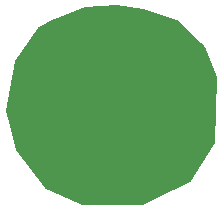
<source format=gbs>
G04 #@! TF.FileFunction,Soldermask,Bot*
%FSLAX46Y46*%
G04 Gerber Fmt 4.6, Leading zero omitted, Abs format (unit mm)*
G04 Created by KiCad (PCBNEW 4.0.7) date Sunday, July 22, 2018 'PMt' 03:57:27 PM*
%MOMM*%
%LPD*%
G01*
G04 APERTURE LIST*
%ADD10C,0.100000*%
%ADD11C,0.254000*%
G04 APERTURE END LIST*
D10*
D11*
G36*
X211820104Y-77913744D02*
X214537518Y-78876370D01*
X216899244Y-81063338D01*
X217855048Y-83587258D01*
X217679162Y-89039733D01*
X215673586Y-92272602D01*
X211729277Y-94284800D01*
X206631273Y-94284800D01*
X203576568Y-92887223D01*
X201121605Y-89645669D01*
X200246601Y-86405655D01*
X201033895Y-82193379D01*
X202956953Y-79396204D01*
X204080524Y-78794995D01*
X206899935Y-77737716D01*
X209534345Y-77562089D01*
X211820104Y-77913744D01*
X211820104Y-77913744D01*
G37*
X211820104Y-77913744D02*
X214537518Y-78876370D01*
X216899244Y-81063338D01*
X217855048Y-83587258D01*
X217679162Y-89039733D01*
X215673586Y-92272602D01*
X211729277Y-94284800D01*
X206631273Y-94284800D01*
X203576568Y-92887223D01*
X201121605Y-89645669D01*
X200246601Y-86405655D01*
X201033895Y-82193379D01*
X202956953Y-79396204D01*
X204080524Y-78794995D01*
X206899935Y-77737716D01*
X209534345Y-77562089D01*
X211820104Y-77913744D01*
M02*

</source>
